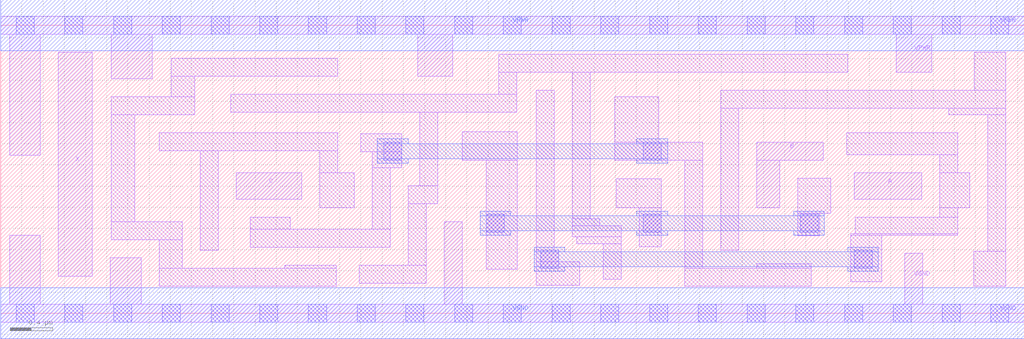
<source format=lef>
# Copyright 2020 The SkyWater PDK Authors
#
# Licensed under the Apache License, Version 2.0 (the "License");
# you may not use this file except in compliance with the License.
# You may obtain a copy of the License at
#
#     https://www.apache.org/licenses/LICENSE-2.0
#
# Unless required by applicable law or agreed to in writing, software
# distributed under the License is distributed on an "AS IS" BASIS,
# WITHOUT WARRANTIES OR CONDITIONS OF ANY KIND, either express or implied.
# See the License for the specific language governing permissions and
# limitations under the License.
#
# SPDX-License-Identifier: Apache-2.0

VERSION 5.7 ;
  NAMESCASESENSITIVE ON ;
  NOWIREEXTENSIONATPIN ON ;
  DIVIDERCHAR "/" ;
  BUSBITCHARS "[]" ;
UNITS
  DATABASE MICRONS 200 ;
END UNITS
PROPERTYDEFINITIONS
  MACRO maskLayoutSubType STRING ;
  MACRO prCellType STRING ;
  MACRO originalViewName STRING ;
END PROPERTYDEFINITIONS
MACRO sky130_fd_sc_hdll__xnor3_2
  CLASS CORE ;
  FOREIGN sky130_fd_sc_hdll__xnor3_2 ;
  ORIGIN  0.000000  0.000000 ;
  SIZE  9.660000 BY  2.720000 ;
  SYMMETRY X Y R90 ;
  SITE unithd ;
  PIN A
    ANTENNAGATEAREA  0.276000 ;
    DIRECTION INPUT ;
    USE SIGNAL ;
    PORT
      LAYER li1 ;
        RECT 8.055000 1.075000 8.695000 1.325000 ;
    END
  END A
  PIN B
    ANTENNAGATEAREA  0.735900 ;
    DIRECTION INPUT ;
    USE SIGNAL ;
    PORT
      LAYER li1 ;
        RECT 7.135000 0.995000 7.355000 1.445000 ;
        RECT 7.135000 1.445000 7.765000 1.615000 ;
    END
  END B
  PIN C
    ANTENNAGATEAREA  0.425400 ;
    DIRECTION INPUT ;
    USE SIGNAL ;
    PORT
      LAYER li1 ;
        RECT 2.225000 1.075000 2.840000 1.325000 ;
    END
  END C
  PIN VGND
    ANTENNADIFFAREA  0.854300 ;
    DIRECTION INOUT ;
    USE SIGNAL ;
    PORT
      LAYER li1 ;
        RECT 0.000000 -0.085000 9.660000 0.085000 ;
        RECT 0.085000  0.085000 0.375000 0.735000 ;
        RECT 1.035000  0.085000 1.325000 0.525000 ;
        RECT 4.185000  0.085000 4.355000 0.865000 ;
        RECT 8.535000  0.085000 8.705000 0.565000 ;
      LAYER mcon ;
        RECT 0.145000 -0.085000 0.315000 0.085000 ;
        RECT 0.605000 -0.085000 0.775000 0.085000 ;
        RECT 1.065000 -0.085000 1.235000 0.085000 ;
        RECT 1.525000 -0.085000 1.695000 0.085000 ;
        RECT 1.985000 -0.085000 2.155000 0.085000 ;
        RECT 2.445000 -0.085000 2.615000 0.085000 ;
        RECT 2.905000 -0.085000 3.075000 0.085000 ;
        RECT 3.365000 -0.085000 3.535000 0.085000 ;
        RECT 3.825000 -0.085000 3.995000 0.085000 ;
        RECT 4.285000 -0.085000 4.455000 0.085000 ;
        RECT 4.745000 -0.085000 4.915000 0.085000 ;
        RECT 5.205000 -0.085000 5.375000 0.085000 ;
        RECT 5.665000 -0.085000 5.835000 0.085000 ;
        RECT 6.125000 -0.085000 6.295000 0.085000 ;
        RECT 6.585000 -0.085000 6.755000 0.085000 ;
        RECT 7.045000 -0.085000 7.215000 0.085000 ;
        RECT 7.505000 -0.085000 7.675000 0.085000 ;
        RECT 7.965000 -0.085000 8.135000 0.085000 ;
        RECT 8.425000 -0.085000 8.595000 0.085000 ;
        RECT 8.885000 -0.085000 9.055000 0.085000 ;
        RECT 9.345000 -0.085000 9.515000 0.085000 ;
      LAYER met1 ;
        RECT 0.000000 -0.240000 9.660000 0.240000 ;
    END
  END VGND
  PIN VPWR
    ANTENNADIFFAREA  1.220950 ;
    DIRECTION INOUT ;
    USE SIGNAL ;
    PORT
      LAYER li1 ;
        RECT 0.000000 2.635000 9.660000 2.805000 ;
        RECT 0.085000 1.490000 0.375000 2.635000 ;
        RECT 1.045000 2.215000 1.430000 2.635000 ;
        RECT 3.935000 2.235000 4.265000 2.635000 ;
        RECT 8.455000 2.275000 8.790000 2.635000 ;
      LAYER mcon ;
        RECT 0.145000 2.635000 0.315000 2.805000 ;
        RECT 0.605000 2.635000 0.775000 2.805000 ;
        RECT 1.065000 2.635000 1.235000 2.805000 ;
        RECT 1.525000 2.635000 1.695000 2.805000 ;
        RECT 1.985000 2.635000 2.155000 2.805000 ;
        RECT 2.445000 2.635000 2.615000 2.805000 ;
        RECT 2.905000 2.635000 3.075000 2.805000 ;
        RECT 3.365000 2.635000 3.535000 2.805000 ;
        RECT 3.825000 2.635000 3.995000 2.805000 ;
        RECT 4.285000 2.635000 4.455000 2.805000 ;
        RECT 4.745000 2.635000 4.915000 2.805000 ;
        RECT 5.205000 2.635000 5.375000 2.805000 ;
        RECT 5.665000 2.635000 5.835000 2.805000 ;
        RECT 6.125000 2.635000 6.295000 2.805000 ;
        RECT 6.585000 2.635000 6.755000 2.805000 ;
        RECT 7.045000 2.635000 7.215000 2.805000 ;
        RECT 7.505000 2.635000 7.675000 2.805000 ;
        RECT 7.965000 2.635000 8.135000 2.805000 ;
        RECT 8.425000 2.635000 8.595000 2.805000 ;
        RECT 8.885000 2.635000 9.055000 2.805000 ;
        RECT 9.345000 2.635000 9.515000 2.805000 ;
      LAYER met1 ;
        RECT 0.000000 2.480000 9.660000 2.960000 ;
    END
  END VPWR
  PIN X
    ANTENNADIFFAREA  0.550500 ;
    DIRECTION OUTPUT ;
    USE SIGNAL ;
    PORT
      LAYER li1 ;
        RECT 0.545000 0.350000 0.865000 2.465000 ;
    END
  END X
  OBS
    LAYER li1 ;
      RECT 1.045000 0.695000 1.715000 0.865000 ;
      RECT 1.045000 0.865000 1.265000 1.875000 ;
      RECT 1.045000 1.875000 1.830000 2.045000 ;
      RECT 1.495000 0.255000 3.165000 0.425000 ;
      RECT 1.495000 0.425000 1.715000 0.695000 ;
      RECT 1.495000 1.535000 3.180000 1.705000 ;
      RECT 1.610000 2.045000 1.830000 2.235000 ;
      RECT 1.610000 2.235000 3.180000 2.405000 ;
      RECT 1.885000 0.595000 2.055000 1.535000 ;
      RECT 2.170000 1.895000 4.870000 2.065000 ;
      RECT 2.355000 0.625000 3.675000 0.795000 ;
      RECT 2.355000 0.795000 2.735000 0.905000 ;
      RECT 2.680000 0.425000 3.165000 0.455000 ;
      RECT 3.010000 0.995000 3.335000 1.325000 ;
      RECT 3.010000 1.325000 3.180000 1.535000 ;
      RECT 3.385000 0.285000 4.015000 0.455000 ;
      RECT 3.400000 1.525000 3.785000 1.695000 ;
      RECT 3.505000 0.795000 3.675000 1.375000 ;
      RECT 3.505000 1.375000 3.785000 1.525000 ;
      RECT 3.845000 0.455000 4.015000 1.035000 ;
      RECT 3.845000 1.035000 4.125000 1.205000 ;
      RECT 3.955000 1.205000 4.125000 1.895000 ;
      RECT 4.355000 1.445000 4.875000 1.715000 ;
      RECT 4.585000 0.415000 4.875000 1.445000 ;
      RECT 4.700000 2.065000 4.870000 2.275000 ;
      RECT 4.700000 2.275000 7.995000 2.445000 ;
      RECT 5.055000 0.265000 5.465000 0.485000 ;
      RECT 5.055000 0.485000 5.265000 0.595000 ;
      RECT 5.055000 0.595000 5.225000 2.105000 ;
      RECT 5.395000 0.720000 5.855000 0.825000 ;
      RECT 5.395000 0.825000 5.655000 0.890000 ;
      RECT 5.395000 0.890000 5.565000 2.275000 ;
      RECT 5.435000 0.655000 5.855000 0.720000 ;
      RECT 5.685000 0.320000 5.855000 0.655000 ;
      RECT 5.795000 1.445000 6.625000 1.615000 ;
      RECT 5.795000 1.615000 6.210000 2.045000 ;
      RECT 5.810000 0.995000 6.235000 1.270000 ;
      RECT 6.025000 0.630000 6.235000 0.995000 ;
      RECT 6.455000 0.255000 7.650000 0.425000 ;
      RECT 6.455000 0.425000 6.625000 1.445000 ;
      RECT 6.795000 0.595000 6.965000 1.935000 ;
      RECT 6.795000 1.935000 9.485000 2.105000 ;
      RECT 7.135000 0.425000 7.650000 0.465000 ;
      RECT 7.525000 0.730000 7.730000 0.945000 ;
      RECT 7.525000 0.945000 7.835000 1.275000 ;
      RECT 7.985000 1.495000 9.035000 1.705000 ;
      RECT 8.025000 0.295000 8.315000 0.735000 ;
      RECT 8.025000 0.735000 9.035000 0.750000 ;
      RECT 8.065000 0.750000 9.035000 0.905000 ;
      RECT 8.865000 0.905000 9.035000 0.995000 ;
      RECT 8.865000 0.995000 9.145000 1.325000 ;
      RECT 8.865000 1.325000 9.035000 1.495000 ;
      RECT 8.950000 1.875000 9.485000 1.935000 ;
      RECT 9.185000 0.255000 9.485000 0.585000 ;
      RECT 9.190000 2.105000 9.485000 2.465000 ;
      RECT 9.315000 0.585000 9.485000 1.875000 ;
    LAYER mcon ;
      RECT 3.615000 1.445000 3.785000 1.615000 ;
      RECT 4.585000 0.765000 4.755000 0.935000 ;
      RECT 5.095000 0.425000 5.265000 0.595000 ;
      RECT 6.065000 0.765000 6.235000 0.935000 ;
      RECT 6.065000 1.445000 6.235000 1.615000 ;
      RECT 7.545000 0.765000 7.715000 0.935000 ;
      RECT 8.055000 0.425000 8.225000 0.595000 ;
    LAYER met1 ;
      RECT 3.555000 1.415000 3.845000 1.460000 ;
      RECT 3.555000 1.460000 6.295000 1.600000 ;
      RECT 3.555000 1.600000 3.845000 1.645000 ;
      RECT 4.525000 0.735000 4.815000 0.780000 ;
      RECT 4.525000 0.780000 7.775000 0.920000 ;
      RECT 4.525000 0.920000 4.815000 0.965000 ;
      RECT 5.035000 0.395000 5.325000 0.440000 ;
      RECT 5.035000 0.440000 8.285000 0.580000 ;
      RECT 5.035000 0.580000 5.325000 0.625000 ;
      RECT 6.005000 0.735000 6.295000 0.780000 ;
      RECT 6.005000 0.920000 6.295000 0.965000 ;
      RECT 6.005000 1.415000 6.295000 1.460000 ;
      RECT 6.005000 1.600000 6.295000 1.645000 ;
      RECT 7.485000 0.735000 7.775000 0.780000 ;
      RECT 7.485000 0.920000 7.775000 0.965000 ;
      RECT 7.995000 0.395000 8.285000 0.440000 ;
      RECT 7.995000 0.580000 8.285000 0.625000 ;
  END
  PROPERTY maskLayoutSubType "abstract" ;
  PROPERTY prCellType "standard" ;
  PROPERTY originalViewName "layout" ;
END sky130_fd_sc_hdll__xnor3_2

</source>
